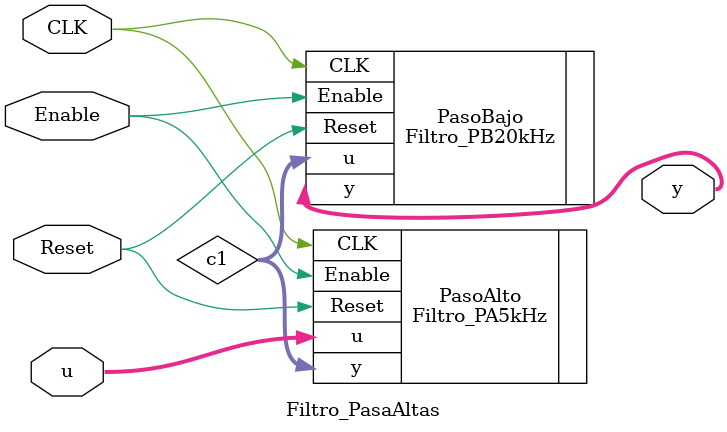
<source format=v>
`timescale 1ns / 1ps
module Filtro_PasaAltas #(parameter W = 25)(
    input Reset, CLK, Enable,
    input wire signed [W-1:0] u,
    output wire signed [W-1:0] y
    );
	
	wire [W-1:0] c1;
	
	Filtro_PA5kHz PasoAlto (
    .Reset(Reset), 
    .CLK(CLK), 
    .Enable(Enable), 
    .u(u), 
    .y(c1)
    );
	 
	Filtro_PB20kHz PasoBajo (
    .Reset(Reset), 
    .CLK(CLK), 
    .Enable(Enable), 
    .u(c1), 
    .y(y)
    );

endmodule

</source>
